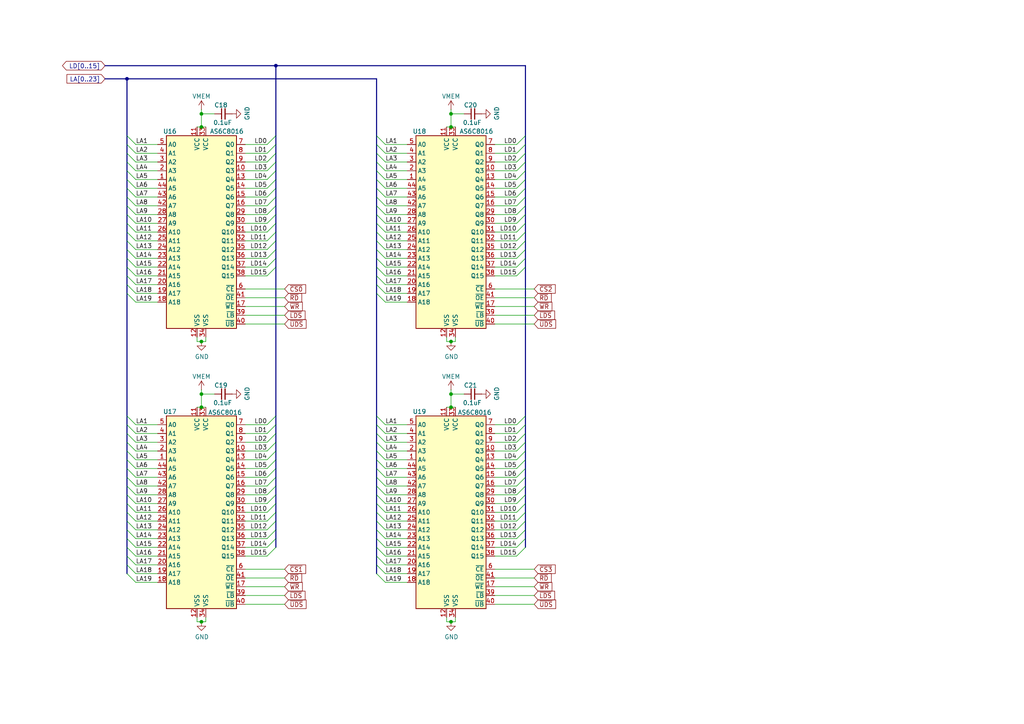
<source format=kicad_sch>
(kicad_sch (version 20231120) (generator "eeschema") (generator_version "8.0")
  (paper "A4")
  (title_block (title "MemBird - Woodcock") (rev "1"))
  (lib_symbols
    (symbol "Computie_Memory:AS6C8016-55ZIN"
      (property "Reference" "U" (at 0 -1.27 0))
      (property "Value" "AS6C8016-55ZIN" (at 0 1.27 0))
      (symbol "AS6C8016-55ZIN_0_0"
        (pin power_in line (at -1.27 27.94 270) (length 2.54) (name "VCC") (number "11"))
        (pin power_in line (at -1.27 -33.02 90) (length 2.54) (name "VSS") (number "12"))
        (pin power_in line (at 1.27 27.94 270) (length 2.54) (name "VCC") (number "33"))
        (pin power_in line (at 1.27 -33.02 90) (length 2.54) (name "VSS") (number "34"))
      )
      (symbol "AS6C8016-55ZIN_0_1"
        (rectangle (start -10.16 25.4) (end 10.16 -30.48) (stroke (width 0.254)) (fill (type background)))
      )
      (symbol "AS6C8016-55ZIN_1_1"
        (pin input line (at -12.7 12.7 0) (length 2.54) (name "A4") (number "1"))
        (pin tri_state line (at 12.7 15.24 180) (length 2.54) (name "Q3") (number "10"))
        (pin tri_state line (at 12.7 12.7 180) (length 2.54) (name "Q4") (number "13"))
        (pin tri_state line (at 12.7 10.16 180) (length 2.54) (name "Q5") (number "14"))
        (pin tri_state line (at 12.7 7.62 180) (length 2.54) (name "Q6") (number "15"))
        (pin tri_state line (at 12.7 5.08 180) (length 2.54) (name "Q7") (number "16"))
        (pin input line (at 12.7 -24.13 180) (length 2.54) (name "~{WE}") (number "17"))
        (pin input line (at -12.7 -22.86 0) (length 2.54) (name "A18") (number "18"))
        (pin input line (at -12.7 -20.32 0) (length 2.54) (name "A17") (number "19"))
        (pin input line (at -12.7 15.24 0) (length 2.54) (name "A3") (number "2"))
        (pin input line (at -12.7 -17.78 0) (length 2.54) (name "A16") (number "20"))
        (pin input line (at -12.7 -15.24 0) (length 2.54) (name "A15") (number "21"))
        (pin input line (at -12.7 -12.7 0) (length 2.54) (name "A14") (number "22"))
        (pin input line (at -12.7 -10.16 0) (length 2.54) (name "A13") (number "23"))
        (pin input line (at -12.7 -7.62 0) (length 2.54) (name "A12") (number "24"))
        (pin input line (at -12.7 -5.08 0) (length 2.54) (name "A11") (number "25"))
        (pin input line (at -12.7 -2.54 0) (length 2.54) (name "A10") (number "26"))
        (pin input line (at -12.7 0 0) (length 2.54) (name "A9") (number "27"))
        (pin input line (at -12.7 2.54 0) (length 2.54) (name "A8") (number "28"))
        (pin tri_state line (at 12.7 2.54 180) (length 2.54) (name "Q8") (number "29"))
        (pin input line (at -12.7 17.78 0) (length 2.54) (name "A2") (number "3"))
        (pin tri_state line (at 12.7 0 180) (length 2.54) (name "Q9") (number "30"))
        (pin tri_state line (at 12.7 -2.54 180) (length 2.54) (name "Q10") (number "31"))
        (pin tri_state line (at 12.7 -5.08 180) (length 2.54) (name "Q11") (number "32"))
        (pin tri_state line (at 12.7 -7.62 180) (length 2.54) (name "Q12") (number "35"))
        (pin tri_state line (at 12.7 -10.16 180) (length 2.54) (name "Q13") (number "36"))
        (pin tri_state line (at 12.7 -12.7 180) (length 2.54) (name "Q14") (number "37"))
        (pin tri_state line (at 12.7 -15.24 180) (length 2.54) (name "Q15") (number "38"))
        (pin input line (at 12.7 -26.67 180) (length 2.54) (name "~{LB}") (number "39"))
        (pin input line (at -12.7 20.32 0) (length 2.54) (name "A1") (number "4"))
        (pin input line (at 12.7 -29.21 180) (length 2.54) (name "~{UB}") (number "40"))
        (pin input line (at 12.7 -21.59 180) (length 2.54) (name "~{OE}") (number "41"))
        (pin input line (at -12.7 5.08 0) (length 2.54) (name "A7") (number "42"))
        (pin input line (at -12.7 7.62 0) (length 2.54) (name "A6") (number "43"))
        (pin input line (at -12.7 10.16 0) (length 2.54) (name "A5") (number "44"))
        (pin input line (at -12.7 22.86 0) (length 2.54) (name "A0") (number "5"))
        (pin input line (at 12.7 -19.05 180) (length 2.54) (name "~{CE}") (number "6"))
        (pin tri_state line (at 12.7 22.86 180) (length 2.54) (name "Q0") (number "7"))
        (pin tri_state line (at 12.7 20.32 180) (length 2.54) (name "Q1") (number "8"))
        (pin tri_state line (at 12.7 17.78 180) (length 2.54) (name "Q2") (number "9"))
      )
    )
    (symbol "Device:C_Small" (pin_numbers hide) (pin_names (offset 0.254) hide)
      (property "Reference" "C" (at 0.254 1.778 0))
      (property "Value" "C_Small" (at 0.254 -2.032 0))
      (symbol "C_Small_0_1"
        (polyline (pts (xy -1.524 -0.508) (xy 1.524 -0.508)) (stroke (width 0.3302)))
        (polyline (pts (xy -1.524 0.508) (xy 1.524 0.508)) (stroke (width 0.3048)))
      )
      (symbol "C_Small_1_1"
        (pin passive line (at 0 2.54 270) (length 2.032) (name "~") (number "1"))
        (pin passive line (at 0 -2.54 90) (length 2.032) (name "~") (number "2"))
      )
    )
    (symbol "power:GND" (power) (pin_numbers hide) (pin_names (offset 0) hide)
      (property "Value" "GND" (at 0 -3.81 0))
      (symbol "GND_0_1"
        (polyline (pts (xy 0 0) (xy 0 -1.27) (xy 1.27 -1.27) (xy 0 -2.54) (xy -1.27 -1.27) (xy 0 -1.27)))
      )
      (symbol "GND_1_1"
        (pin power_in line (at 0 0 270) (length 0) (name "~") (number "1"))
      )
    )
    (symbol "power:VMEM" (power) (pin_numbers hide) (pin_names (offset 0) hide)
      (property "Value" "VMEM" (at 0 3.556 0))
      (symbol "VMEM_0_1"
        (polyline (pts (xy -0.762 1.27) (xy 0 2.54)))
        (polyline (pts (xy 0 0) (xy 0 2.54)))
        (polyline (pts (xy 0 2.54) (xy 0.762 1.27)))
      )
      (symbol "VMEM_1_1"
        (pin power_in line (at 0 0 90) (length 0) (name "~") (number "1"))
      )
    )
  )
  (junction (at 130.81 33.02))
  (junction (at 130.81 36.83))
  (junction (at 130.81 180.34))
  (junction (at 130.81 99.06))
  (junction (at 58.42 114.3))
  (junction (at 130.81 118.11))
  (junction (at 58.42 99.06))
  (junction (at 58.42 33.02))
  (junction (at 36.83 22.86))
  (junction (at 58.42 180.34))
  (junction (at 58.42 118.11))
  (junction (at 80.01 19.05))
  (junction (at 130.81 114.3))
  (junction (at 58.42 36.83))
  (bus_entry (at 109.22 123.19) (size 2.54 2.54))
  (bus_entry (at 36.83 80.01) (size 2.54 2.54))
  (bus_entry (at 77.47 161.29) (size 2.54 -2.54))
  (bus_entry (at 77.47 77.47) (size 2.54 -2.54))
  (bus_entry (at 36.83 166.37) (size 2.54 2.54))
  (bus_entry (at 109.22 85.09) (size 2.54 2.54))
  (bus_entry (at 36.83 156.21) (size 2.54 2.54))
  (bus_entry (at 77.47 74.93) (size 2.54 -2.54))
  (bus_entry (at 77.47 130.81) (size 2.54 -2.54))
  (bus_entry (at 36.83 163.83) (size 2.54 2.54))
  (bus_entry (at 109.22 133.35) (size 2.54 2.54))
  (bus_entry (at 109.22 156.21) (size 2.54 2.54))
  (bus_entry (at 77.47 62.23) (size 2.54 -2.54))
  (bus_entry (at 149.86 135.89) (size 2.54 -2.54))
  (bus_entry (at 36.83 49.53) (size 2.54 2.54))
  (bus_entry (at 77.47 41.91) (size 2.54 -2.54))
  (bus_entry (at 77.47 138.43) (size 2.54 -2.54))
  (bus_entry (at 149.86 67.31) (size 2.54 -2.54))
  (bus_entry (at 77.47 153.67) (size 2.54 -2.54))
  (bus_entry (at 109.22 153.67) (size 2.54 2.54))
  (bus_entry (at 109.22 54.61) (size 2.54 2.54))
  (bus_entry (at 77.47 46.99) (size 2.54 -2.54))
  (bus_entry (at 36.83 135.89) (size 2.54 2.54))
  (bus_entry (at 36.83 158.75) (size 2.54 2.54))
  (bus_entry (at 149.86 57.15) (size 2.54 -2.54))
  (bus_entry (at 36.83 52.07) (size 2.54 2.54))
  (bus_entry (at 109.22 128.27) (size 2.54 2.54))
  (bus_entry (at 77.47 123.19) (size 2.54 -2.54))
  (bus_entry (at 109.22 143.51) (size 2.54 2.54))
  (bus_entry (at 149.86 138.43) (size 2.54 -2.54))
  (bus_entry (at 77.47 52.07) (size 2.54 -2.54))
  (bus_entry (at 109.22 41.91) (size 2.54 2.54))
  (bus_entry (at 77.47 64.77) (size 2.54 -2.54))
  (bus_entry (at 109.22 125.73) (size 2.54 2.54))
  (bus_entry (at 109.22 57.15) (size 2.54 2.54))
  (bus_entry (at 36.83 54.61) (size 2.54 2.54))
  (bus_entry (at 109.22 74.93) (size 2.54 2.54))
  (bus_entry (at 109.22 158.75) (size 2.54 2.54))
  (bus_entry (at 36.83 120.65) (size 2.54 2.54))
  (bus_entry (at 149.86 146.05) (size 2.54 -2.54))
  (bus_entry (at 36.83 151.13) (size 2.54 2.54))
  (bus_entry (at 109.22 49.53) (size 2.54 2.54))
  (bus_entry (at 36.83 125.73) (size 2.54 2.54))
  (bus_entry (at 77.47 140.97) (size 2.54 -2.54))
  (bus_entry (at 149.86 128.27) (size 2.54 -2.54))
  (bus_entry (at 77.47 57.15) (size 2.54 -2.54))
  (bus_entry (at 149.86 52.07) (size 2.54 -2.54))
  (bus_entry (at 149.86 148.59) (size 2.54 -2.54))
  (bus_entry (at 36.83 72.39) (size 2.54 2.54))
  (bus_entry (at 149.86 140.97) (size 2.54 -2.54))
  (bus_entry (at 36.83 57.15) (size 2.54 2.54))
  (bus_entry (at 36.83 46.99) (size 2.54 2.54))
  (bus_entry (at 77.47 67.31) (size 2.54 -2.54))
  (bus_entry (at 36.83 44.45) (size 2.54 2.54))
  (bus_entry (at 109.22 161.29) (size 2.54 2.54))
  (bus_entry (at 109.22 77.47) (size 2.54 2.54))
  (bus_entry (at 36.83 74.93) (size 2.54 2.54))
  (bus_entry (at 109.22 46.99) (size 2.54 2.54))
  (bus_entry (at 109.22 52.07) (size 2.54 2.54))
  (bus_entry (at 149.86 69.85) (size 2.54 -2.54))
  (bus_entry (at 149.86 158.75) (size 2.54 -2.54))
  (bus_entry (at 36.83 41.91) (size 2.54 2.54))
  (bus_entry (at 36.83 161.29) (size 2.54 2.54))
  (bus_entry (at 149.86 161.29) (size 2.54 -2.54))
  (bus_entry (at 109.22 39.37) (size 2.54 2.54))
  (bus_entry (at 149.86 80.01) (size 2.54 -2.54))
  (bus_entry (at 77.47 54.61) (size 2.54 -2.54))
  (bus_entry (at 36.83 39.37) (size 2.54 2.54))
  (bus_entry (at 36.83 128.27) (size 2.54 2.54))
  (bus_entry (at 77.47 125.73) (size 2.54 -2.54))
  (bus_entry (at 36.83 140.97) (size 2.54 2.54))
  (bus_entry (at 77.47 156.21) (size 2.54 -2.54))
  (bus_entry (at 77.47 80.01) (size 2.54 -2.54))
  (bus_entry (at 77.47 151.13) (size 2.54 -2.54))
  (bus_entry (at 109.22 67.31) (size 2.54 2.54))
  (bus_entry (at 109.22 80.01) (size 2.54 2.54))
  (bus_entry (at 109.22 44.45) (size 2.54 2.54))
  (bus_entry (at 77.47 133.35) (size 2.54 -2.54))
  (bus_entry (at 109.22 138.43) (size 2.54 2.54))
  (bus_entry (at 36.83 133.35) (size 2.54 2.54))
  (bus_entry (at 36.83 123.19) (size 2.54 2.54))
  (bus_entry (at 36.83 64.77) (size 2.54 2.54))
  (bus_entry (at 36.83 153.67) (size 2.54 2.54))
  (bus_entry (at 149.86 59.69) (size 2.54 -2.54))
  (bus_entry (at 149.86 77.47) (size 2.54 -2.54))
  (bus_entry (at 149.86 151.13) (size 2.54 -2.54))
  (bus_entry (at 109.22 146.05) (size 2.54 2.54))
  (bus_entry (at 149.86 46.99) (size 2.54 -2.54))
  (bus_entry (at 149.86 41.91) (size 2.54 -2.54))
  (bus_entry (at 149.86 72.39) (size 2.54 -2.54))
  (bus_entry (at 36.83 143.51) (size 2.54 2.54))
  (bus_entry (at 149.86 44.45) (size 2.54 -2.54))
  (bus_entry (at 109.22 130.81) (size 2.54 2.54))
  (bus_entry (at 109.22 59.69) (size 2.54 2.54))
  (bus_entry (at 149.86 153.67) (size 2.54 -2.54))
  (bus_entry (at 109.22 140.97) (size 2.54 2.54))
  (bus_entry (at 149.86 54.61) (size 2.54 -2.54))
  (bus_entry (at 109.22 69.85) (size 2.54 2.54))
  (bus_entry (at 149.86 74.93) (size 2.54 -2.54))
  (bus_entry (at 36.83 59.69) (size 2.54 2.54))
  (bus_entry (at 36.83 69.85) (size 2.54 2.54))
  (bus_entry (at 149.86 64.77) (size 2.54 -2.54))
  (bus_entry (at 77.47 59.69) (size 2.54 -2.54))
  (bus_entry (at 36.83 62.23) (size 2.54 2.54))
  (bus_entry (at 109.22 163.83) (size 2.54 2.54))
  (bus_entry (at 109.22 120.65) (size 2.54 2.54))
  (bus_entry (at 109.22 82.55) (size 2.54 2.54))
  (bus_entry (at 36.83 67.31) (size 2.54 2.54))
  (bus_entry (at 149.86 123.19) (size 2.54 -2.54))
  (bus_entry (at 36.83 85.09) (size 2.54 2.54))
  (bus_entry (at 77.47 69.85) (size 2.54 -2.54))
  (bus_entry (at 77.47 148.59) (size 2.54 -2.54))
  (bus_entry (at 149.86 49.53) (size 2.54 -2.54))
  (bus_entry (at 149.86 125.73) (size 2.54 -2.54))
  (bus_entry (at 36.83 130.81) (size 2.54 2.54))
  (bus_entry (at 109.22 64.77) (size 2.54 2.54))
  (bus_entry (at 77.47 49.53) (size 2.54 -2.54))
  (bus_entry (at 149.86 156.21) (size 2.54 -2.54))
  (bus_entry (at 149.86 130.81) (size 2.54 -2.54))
  (bus_entry (at 77.47 128.27) (size 2.54 -2.54))
  (bus_entry (at 149.86 143.51) (size 2.54 -2.54))
  (bus_entry (at 109.22 135.89) (size 2.54 2.54))
  (bus_entry (at 36.83 82.55) (size 2.54 2.54))
  (bus_entry (at 109.22 148.59) (size 2.54 2.54))
  (bus_entry (at 36.83 138.43) (size 2.54 2.54))
  (bus_entry (at 109.22 151.13) (size 2.54 2.54))
  (bus_entry (at 36.83 77.47) (size 2.54 2.54))
  (bus_entry (at 149.86 133.35) (size 2.54 -2.54))
  (bus_entry (at 77.47 158.75) (size 2.54 -2.54))
  (bus_entry (at 77.47 143.51) (size 2.54 -2.54))
  (bus_entry (at 77.47 146.05) (size 2.54 -2.54))
  (bus_entry (at 109.22 166.37) (size 2.54 2.54))
  (bus_entry (at 149.86 62.23) (size 2.54 -2.54))
  (bus_entry (at 77.47 72.39) (size 2.54 -2.54))
  (bus_entry (at 36.83 148.59) (size 2.54 2.54))
  (bus_entry (at 36.83 146.05) (size 2.54 2.54))
  (bus_entry (at 109.22 62.23) (size 2.54 2.54))
  (bus_entry (at 77.47 135.89) (size 2.54 -2.54))
  (bus_entry (at 77.47 44.45) (size 2.54 -2.54))
  (bus_entry (at 109.22 72.39) (size 2.54 2.54))
  (bus (pts (xy 152.4 64.77) (xy 152.4 67.31)))
  (bus (pts (xy 80.01 133.35) (xy 80.01 135.89)))
  (bus (pts (xy 80.01 69.85) (xy 80.01 72.39)))
  (wire (pts (xy 111.76 130.81) (xy 118.11 130.81)))
  (wire (pts (xy 111.76 59.69) (xy 118.11 59.69)))
  (wire (pts (xy 71.12 88.9) (xy 82.55 88.9)))
  (bus (pts (xy 152.4 19.05) (xy 152.4 39.37)))
  (wire (pts (xy 143.51 91.44) (xy 154.94 91.44)))
  (bus (pts (xy 36.83 52.07) (xy 36.83 54.61)))
  (wire (pts (xy 111.76 151.13) (xy 118.11 151.13)))
  (wire (pts (xy 39.37 57.15) (xy 45.72 57.15)))
  (wire (pts (xy 71.12 62.23) (xy 77.47 62.23)))
  (bus (pts (xy 109.22 135.89) (xy 109.22 138.43)))
  (bus (pts (xy 36.83 120.65) (xy 36.83 123.19)))
  (bus (pts (xy 36.83 82.55) (xy 36.83 85.09)))
  (wire (pts (xy 71.12 52.07) (xy 77.47 52.07)))
  (wire (pts (xy 143.51 151.13) (xy 149.86 151.13)))
  (bus (pts (xy 36.83 143.51) (xy 36.83 146.05)))
  (bus (pts (xy 36.83 22.86) (xy 30.48 22.86)))
  (bus (pts (xy 109.22 123.19) (xy 109.22 125.73)))
  (wire (pts (xy 39.37 72.39) (xy 45.72 72.39)))
  (wire (pts (xy 58.42 36.83) (xy 59.69 36.83)))
  (bus (pts (xy 80.01 54.61) (xy 80.01 57.15)))
  (bus (pts (xy 109.22 82.55) (xy 109.22 85.09)))
  (wire (pts (xy 111.76 80.01) (xy 118.11 80.01)))
  (bus (pts (xy 109.22 138.43) (xy 109.22 140.97)))
  (wire (pts (xy 132.08 180.34) (xy 132.08 179.07)))
  (bus (pts (xy 109.22 52.07) (xy 109.22 54.61)))
  (wire (pts (xy 143.51 140.97) (xy 149.86 140.97)))
  (wire (pts (xy 130.81 31.75) (xy 130.81 33.02)))
  (wire (pts (xy 111.76 140.97) (xy 118.11 140.97)))
  (bus (pts (xy 36.83 135.89) (xy 36.83 138.43)))
  (wire (pts (xy 57.15 118.11) (xy 58.42 118.11)))
  (wire (pts (xy 39.37 125.73) (xy 45.72 125.73)))
  (wire (pts (xy 58.42 114.3) (xy 62.23 114.3)))
  (bus (pts (xy 80.01 146.05) (xy 80.01 148.59)))
  (wire (pts (xy 111.76 46.99) (xy 118.11 46.99)))
  (bus (pts (xy 109.22 77.47) (xy 109.22 80.01)))
  (wire (pts (xy 39.37 77.47) (xy 45.72 77.47)))
  (wire (pts (xy 129.54 180.34) (xy 130.81 180.34)))
  (wire (pts (xy 143.51 41.91) (xy 149.86 41.91)))
  (bus (pts (xy 36.83 57.15) (xy 36.83 59.69)))
  (bus (pts (xy 80.01 153.67) (xy 80.01 156.21)))
  (wire (pts (xy 58.42 31.75) (xy 58.42 33.02)))
  (bus (pts (xy 152.4 74.93) (xy 152.4 77.47)))
  (wire (pts (xy 71.12 148.59) (xy 77.47 148.59)))
  (wire (pts (xy 39.37 156.21) (xy 45.72 156.21)))
  (wire (pts (xy 143.51 57.15) (xy 149.86 57.15)))
  (wire (pts (xy 143.51 138.43) (xy 149.86 138.43)))
  (bus (pts (xy 109.22 161.29) (xy 109.22 163.83)))
  (bus (pts (xy 36.83 151.13) (xy 36.83 153.67)))
  (wire (pts (xy 143.51 93.98) (xy 154.94 93.98)))
  (bus (pts (xy 80.01 67.31) (xy 80.01 69.85)))
  (wire (pts (xy 39.37 146.05) (xy 45.72 146.05)))
  (wire (pts (xy 111.76 72.39) (xy 118.11 72.39)))
  (wire (pts (xy 71.12 59.69) (xy 77.47 59.69)))
  (bus (pts (xy 109.22 146.05) (xy 109.22 148.59)))
  (bus (pts (xy 109.22 41.91) (xy 109.22 44.45)))
  (wire (pts (xy 143.51 130.81) (xy 149.86 130.81)))
  (bus (pts (xy 109.22 74.93) (xy 109.22 77.47)))
  (wire (pts (xy 57.15 179.07) (xy 57.15 180.34)))
  (bus (pts (xy 80.01 19.05) (xy 80.01 39.37)))
  (bus (pts (xy 36.83 72.39) (xy 36.83 74.93)))
  (wire (pts (xy 111.76 148.59) (xy 118.11 148.59)))
  (bus (pts (xy 109.22 64.77) (xy 109.22 67.31)))
  (bus (pts (xy 80.01 49.53) (xy 80.01 52.07)))
  (wire (pts (xy 71.12 170.18) (xy 82.55 170.18)))
  (wire (pts (xy 39.37 143.51) (xy 45.72 143.51)))
  (wire (pts (xy 58.42 33.02) (xy 58.42 36.83)))
  (wire (pts (xy 111.76 54.61) (xy 118.11 54.61)))
  (bus (pts (xy 36.83 39.37) (xy 36.83 41.91)))
  (bus (pts (xy 36.83 128.27) (xy 36.83 130.81)))
  (wire (pts (xy 39.37 128.27) (xy 45.72 128.27)))
  (wire (pts (xy 111.76 146.05) (xy 118.11 146.05)))
  (bus (pts (xy 80.01 156.21) (xy 80.01 158.75)))
  (wire (pts (xy 71.12 165.1) (xy 82.55 165.1)))
  (wire (pts (xy 143.51 77.47) (xy 149.86 77.47)))
  (bus (pts (xy 109.22 151.13) (xy 109.22 153.67)))
  (wire (pts (xy 39.37 64.77) (xy 45.72 64.77)))
  (bus (pts (xy 109.22 148.59) (xy 109.22 151.13)))
  (wire (pts (xy 111.76 135.89) (xy 118.11 135.89)))
  (wire (pts (xy 143.51 125.73) (xy 149.86 125.73)))
  (wire (pts (xy 130.81 33.02) (xy 134.62 33.02)))
  (bus (pts (xy 80.01 77.47) (xy 80.01 120.65)))
  (wire (pts (xy 71.12 72.39) (xy 77.47 72.39)))
  (bus (pts (xy 36.83 146.05) (xy 36.83 148.59)))
  (wire (pts (xy 71.12 46.99) (xy 77.47 46.99)))
  (wire (pts (xy 129.54 179.07) (xy 129.54 180.34)))
  (bus (pts (xy 80.01 128.27) (xy 80.01 130.81)))
  (wire (pts (xy 143.51 83.82) (xy 154.94 83.82)))
  (wire (pts (xy 71.12 138.43) (xy 77.47 138.43)))
  (wire (pts (xy 57.15 97.79) (xy 57.15 99.06)))
  (wire (pts (xy 39.37 123.19) (xy 45.72 123.19)))
  (wire (pts (xy 111.76 161.29) (xy 118.11 161.29)))
  (wire (pts (xy 111.76 168.91) (xy 118.11 168.91)))
  (wire (pts (xy 71.12 77.47) (xy 77.47 77.47)))
  (wire (pts (xy 71.12 74.93) (xy 77.47 74.93)))
  (wire (pts (xy 143.51 80.01) (xy 149.86 80.01)))
  (wire (pts (xy 130.81 33.02) (xy 130.81 36.83)))
  (wire (pts (xy 130.81 118.11) (xy 132.08 118.11)))
  (bus (pts (xy 109.22 85.09) (xy 109.22 120.65)))
  (wire (pts (xy 39.37 130.81) (xy 45.72 130.81)))
  (wire (pts (xy 71.12 86.36) (xy 82.55 86.36)))
  (wire (pts (xy 71.12 125.73) (xy 77.47 125.73)))
  (wire (pts (xy 143.51 143.51) (xy 149.86 143.51)))
  (wire (pts (xy 39.37 135.89) (xy 45.72 135.89)))
  (bus (pts (xy 109.22 128.27) (xy 109.22 130.81)))
  (bus (pts (xy 152.4 153.67) (xy 152.4 156.21)))
  (bus (pts (xy 80.01 39.37) (xy 80.01 41.91)))
  (bus (pts (xy 36.83 77.47) (xy 36.83 80.01)))
  (bus (pts (xy 152.4 128.27) (xy 152.4 130.81)))
  (wire (pts (xy 39.37 46.99) (xy 45.72 46.99)))
  (bus (pts (xy 36.83 133.35) (xy 36.83 135.89)))
  (wire (pts (xy 130.81 114.3) (xy 134.62 114.3)))
  (wire (pts (xy 71.12 161.29) (xy 77.47 161.29)))
  (wire (pts (xy 143.51 64.77) (xy 149.86 64.77)))
  (wire (pts (xy 143.51 49.53) (xy 149.86 49.53)))
  (wire (pts (xy 71.12 175.26) (xy 82.55 175.26)))
  (bus (pts (xy 36.83 85.09) (xy 36.83 120.65)))
  (wire (pts (xy 129.54 118.11) (xy 130.81 118.11)))
  (bus (pts (xy 36.83 125.73) (xy 36.83 128.27)))
  (wire (pts (xy 39.37 168.91) (xy 45.72 168.91)))
  (bus (pts (xy 36.83 138.43) (xy 36.83 140.97)))
  (bus (pts (xy 152.4 44.45) (xy 152.4 46.99)))
  (wire (pts (xy 71.12 93.98) (xy 82.55 93.98)))
  (bus (pts (xy 152.4 41.91) (xy 152.4 44.45)))
  (wire (pts (xy 143.51 88.9) (xy 154.94 88.9)))
  (wire (pts (xy 129.54 97.79) (xy 129.54 99.06)))
  (wire (pts (xy 111.76 163.83) (xy 118.11 163.83)))
  (wire (pts (xy 143.51 175.26) (xy 154.94 175.26)))
  (bus (pts (xy 36.83 123.19) (xy 36.83 125.73)))
  (wire (pts (xy 71.12 130.81) (xy 77.47 130.81)))
  (wire (pts (xy 111.76 64.77) (xy 118.11 64.77)))
  (wire (pts (xy 143.51 69.85) (xy 149.86 69.85)))
  (bus (pts (xy 36.83 80.01) (xy 36.83 82.55)))
  (bus (pts (xy 109.22 67.31) (xy 109.22 69.85)))
  (wire (pts (xy 143.51 52.07) (xy 149.86 52.07)))
  (wire (pts (xy 111.76 133.35) (xy 118.11 133.35)))
  (wire (pts (xy 111.76 158.75) (xy 118.11 158.75)))
  (wire (pts (xy 59.69 99.06) (xy 59.69 97.79)))
  (wire (pts (xy 71.12 151.13) (xy 77.47 151.13)))
  (wire (pts (xy 57.15 180.34) (xy 58.42 180.34)))
  (wire (pts (xy 71.12 80.01) (xy 77.47 80.01)))
  (wire (pts (xy 39.37 151.13) (xy 45.72 151.13)))
  (bus (pts (xy 80.01 138.43) (xy 80.01 140.97)))
  (wire (pts (xy 111.76 156.21) (xy 118.11 156.21)))
  (bus (pts (xy 152.4 69.85) (xy 152.4 72.39)))
  (bus (pts (xy 109.22 156.21) (xy 109.22 158.75)))
  (bus (pts (xy 152.4 77.47) (xy 152.4 120.65)))
  (bus (pts (xy 152.4 67.31) (xy 152.4 69.85)))
  (wire (pts (xy 143.51 72.39) (xy 149.86 72.39)))
  (bus (pts (xy 80.01 140.97) (xy 80.01 143.51)))
  (bus (pts (xy 109.22 80.01) (xy 109.22 82.55)))
  (wire (pts (xy 58.42 99.06) (xy 59.69 99.06)))
  (bus (pts (xy 80.01 123.19) (xy 80.01 125.73)))
  (bus (pts (xy 152.4 123.19) (xy 152.4 125.73)))
  (bus (pts (xy 36.83 54.61) (xy 36.83 57.15)))
  (bus (pts (xy 152.4 156.21) (xy 152.4 158.75)))
  (wire (pts (xy 111.76 69.85) (xy 118.11 69.85)))
  (wire (pts (xy 111.76 77.47) (xy 118.11 77.47)))
  (wire (pts (xy 111.76 52.07) (xy 118.11 52.07)))
  (wire (pts (xy 39.37 140.97) (xy 45.72 140.97)))
  (wire (pts (xy 71.12 44.45) (xy 77.47 44.45)))
  (bus (pts (xy 152.4 62.23) (xy 152.4 64.77)))
  (bus (pts (xy 80.01 120.65) (xy 80.01 123.19)))
  (wire (pts (xy 143.51 123.19) (xy 149.86 123.19)))
  (wire (pts (xy 111.76 87.63) (xy 118.11 87.63)))
  (bus (pts (xy 152.4 148.59) (xy 152.4 151.13)))
  (wire (pts (xy 130.81 114.3) (xy 130.81 118.11)))
  (bus (pts (xy 36.83 161.29) (xy 36.83 163.83)))
  (wire (pts (xy 143.51 167.64) (xy 154.94 167.64)))
  (bus (pts (xy 109.22 133.35) (xy 109.22 135.89)))
  (wire (pts (xy 130.81 180.34) (xy 132.08 180.34)))
  (wire (pts (xy 143.51 156.21) (xy 149.86 156.21)))
  (bus (pts (xy 80.01 72.39) (xy 80.01 74.93)))
  (wire (pts (xy 143.51 46.99) (xy 149.86 46.99)))
  (wire (pts (xy 39.37 52.07) (xy 45.72 52.07)))
  (wire (pts (xy 71.12 69.85) (xy 77.47 69.85)))
  (wire (pts (xy 58.42 113.03) (xy 58.42 114.3)))
  (bus (pts (xy 80.01 52.07) (xy 80.01 54.61)))
  (bus (pts (xy 152.4 146.05) (xy 152.4 148.59)))
  (wire (pts (xy 143.51 135.89) (xy 149.86 135.89)))
  (bus (pts (xy 36.83 130.81) (xy 36.83 133.35)))
  (bus (pts (xy 152.4 46.99) (xy 152.4 49.53)))
  (bus (pts (xy 109.22 57.15) (xy 109.22 59.69)))
  (wire (pts (xy 71.12 91.44) (xy 82.55 91.44)))
  (bus (pts (xy 152.4 138.43) (xy 152.4 140.97)))
  (bus (pts (xy 109.22 59.69) (xy 109.22 62.23)))
  (wire (pts (xy 71.12 153.67) (xy 77.47 153.67)))
  (bus (pts (xy 109.22 140.97) (xy 109.22 143.51)))
  (wire (pts (xy 71.12 49.53) (xy 77.47 49.53)))
  (wire (pts (xy 143.51 62.23) (xy 149.86 62.23)))
  (wire (pts (xy 71.12 54.61) (xy 77.47 54.61)))
  (wire (pts (xy 143.51 133.35) (xy 149.86 133.35)))
  (bus (pts (xy 109.22 130.81) (xy 109.22 133.35)))
  (wire (pts (xy 39.37 161.29) (xy 45.72 161.29)))
  (bus (pts (xy 80.01 130.81) (xy 80.01 133.35)))
  (wire (pts (xy 39.37 67.31) (xy 45.72 67.31)))
  (bus (pts (xy 109.22 125.73) (xy 109.22 128.27)))
  (bus (pts (xy 80.01 57.15) (xy 80.01 59.69)))
  (bus (pts (xy 152.4 130.81) (xy 152.4 133.35)))
  (wire (pts (xy 143.51 86.36) (xy 154.94 86.36)))
  (wire (pts (xy 59.69 180.34) (xy 59.69 179.07)))
  (wire (pts (xy 58.42 180.34) (xy 59.69 180.34)))
  (wire (pts (xy 111.76 49.53) (xy 118.11 49.53)))
  (wire (pts (xy 111.76 62.23) (xy 118.11 62.23)))
  (bus (pts (xy 152.4 52.07) (xy 152.4 54.61)))
  (bus (pts (xy 36.83 44.45) (xy 36.83 46.99)))
  (bus (pts (xy 36.83 148.59) (xy 36.83 151.13)))
  (wire (pts (xy 111.76 123.19) (xy 118.11 123.19)))
  (wire (pts (xy 58.42 114.3) (xy 58.42 118.11)))
  (bus (pts (xy 36.83 22.86) (xy 36.83 39.37)))
  (wire (pts (xy 130.81 113.03) (xy 130.81 114.3)))
  (bus (pts (xy 36.83 46.99) (xy 36.83 49.53)))
  (wire (pts (xy 71.12 128.27) (xy 77.47 128.27)))
  (wire (pts (xy 39.37 158.75) (xy 45.72 158.75)))
  (bus (pts (xy 109.22 49.53) (xy 109.22 52.07)))
  (bus (pts (xy 109.22 44.45) (xy 109.22 46.99)))
  (bus (pts (xy 36.83 49.53) (xy 36.83 52.07)))
  (wire (pts (xy 39.37 80.01) (xy 45.72 80.01)))
  (bus (pts (xy 152.4 135.89) (xy 152.4 138.43)))
  (bus (pts (xy 36.83 64.77) (xy 36.83 67.31)))
  (wire (pts (xy 111.76 166.37) (xy 118.11 166.37)))
  (wire (pts (xy 39.37 59.69) (xy 45.72 59.69)))
  (wire (pts (xy 130.81 99.06) (xy 132.08 99.06)))
  (wire (pts (xy 39.37 148.59) (xy 45.72 148.59)))
  (bus (pts (xy 80.01 148.59) (xy 80.01 151.13)))
  (bus (pts (xy 36.83 22.86) (xy 109.22 22.86)))
  (wire (pts (xy 71.12 143.51) (xy 77.47 143.51)))
  (bus (pts (xy 36.83 41.91) (xy 36.83 44.45)))
  (wire (pts (xy 143.51 74.93) (xy 149.86 74.93)))
  (wire (pts (xy 143.51 59.69) (xy 149.86 59.69)))
  (bus (pts (xy 109.22 69.85) (xy 109.22 72.39)))
  (bus (pts (xy 109.22 39.37) (xy 109.22 41.91)))
  (wire (pts (xy 143.51 44.45) (xy 149.86 44.45)))
  (wire (pts (xy 111.76 143.51) (xy 118.11 143.51)))
  (bus (pts (xy 36.83 156.21) (xy 36.83 158.75)))
  (wire (pts (xy 71.12 156.21) (xy 77.47 156.21)))
  (bus (pts (xy 36.83 69.85) (xy 36.83 72.39)))
  (wire (pts (xy 39.37 166.37) (xy 45.72 166.37)))
  (wire (pts (xy 143.51 170.18) (xy 154.94 170.18)))
  (bus (pts (xy 80.01 46.99) (xy 80.01 49.53)))
  (wire (pts (xy 111.76 138.43) (xy 118.11 138.43)))
  (bus (pts (xy 80.01 19.05) (xy 30.48 19.05)))
  (wire (pts (xy 39.37 54.61) (xy 45.72 54.61)))
  (bus (pts (xy 109.22 163.83) (xy 109.22 166.37)))
  (wire (pts (xy 39.37 138.43) (xy 45.72 138.43)))
  (wire (pts (xy 71.12 135.89) (xy 77.47 135.89)))
  (wire (pts (xy 129.54 36.83) (xy 130.81 36.83)))
  (bus (pts (xy 152.4 59.69) (xy 152.4 62.23)))
  (bus (pts (xy 152.4 133.35) (xy 152.4 135.89)))
  (wire (pts (xy 111.76 153.67) (xy 118.11 153.67)))
  (wire (pts (xy 71.12 123.19) (xy 77.47 123.19)))
  (bus (pts (xy 36.83 74.93) (xy 36.83 77.47)))
  (bus (pts (xy 152.4 151.13) (xy 152.4 153.67)))
  (wire (pts (xy 71.12 172.72) (xy 82.55 172.72)))
  (wire (pts (xy 39.37 41.91) (xy 45.72 41.91)))
  (bus (pts (xy 109.22 54.61) (xy 109.22 57.15)))
  (wire (pts (xy 39.37 62.23) (xy 45.72 62.23)))
  (wire (pts (xy 71.12 167.64) (xy 82.55 167.64)))
  (wire (pts (xy 143.51 128.27) (xy 149.86 128.27)))
  (bus (pts (xy 152.4 72.39) (xy 152.4 74.93)))
  (wire (pts (xy 132.08 99.06) (xy 132.08 97.79)))
  (bus (pts (xy 109.22 153.67) (xy 109.22 156.21)))
  (wire (pts (xy 39.37 69.85) (xy 45.72 69.85)))
  (wire (pts (xy 71.12 64.77) (xy 77.47 64.77)))
  (wire (pts (xy 71.12 41.91) (xy 77.47 41.91)))
  (wire (pts (xy 111.76 128.27) (xy 118.11 128.27)))
  (wire (pts (xy 39.37 163.83) (xy 45.72 163.83)))
  (bus (pts (xy 80.01 125.73) (xy 80.01 128.27)))
  (bus (pts (xy 152.4 49.53) (xy 152.4 52.07)))
  (wire (pts (xy 39.37 153.67) (xy 45.72 153.67)))
  (bus (pts (xy 36.83 158.75) (xy 36.83 161.29)))
  (bus (pts (xy 36.83 153.67) (xy 36.83 156.21)))
  (wire (pts (xy 71.12 67.31) (xy 77.47 67.31)))
  (wire (pts (xy 111.76 41.91) (xy 118.11 41.91)))
  (bus (pts (xy 109.22 158.75) (xy 109.22 161.29)))
  (wire (pts (xy 130.81 36.83) (xy 132.08 36.83)))
  (wire (pts (xy 57.15 99.06) (xy 58.42 99.06)))
  (wire (pts (xy 58.42 118.11) (xy 59.69 118.11)))
  (wire (pts (xy 57.15 36.83) (xy 58.42 36.83)))
  (bus (pts (xy 36.83 67.31) (xy 36.83 69.85)))
  (bus (pts (xy 80.01 62.23) (xy 80.01 64.77)))
  (bus (pts (xy 152.4 143.51) (xy 152.4 146.05)))
  (bus (pts (xy 152.4 57.15) (xy 152.4 59.69)))
  (bus (pts (xy 80.01 64.77) (xy 80.01 67.31)))
  (bus (pts (xy 80.01 151.13) (xy 80.01 153.67)))
  (wire (pts (xy 39.37 44.45) (xy 45.72 44.45)))
  (bus (pts (xy 152.4 140.97) (xy 152.4 143.51)))
  (bus (pts (xy 36.83 163.83) (xy 36.83 166.37)))
  (wire (pts (xy 143.51 54.61) (xy 149.86 54.61)))
  (bus (pts (xy 152.4 39.37) (xy 152.4 41.91)))
  (wire (pts (xy 143.51 158.75) (xy 149.86 158.75)))
  (wire (pts (xy 111.76 85.09) (xy 118.11 85.09)))
  (bus (pts (xy 80.01 143.51) (xy 80.01 146.05)))
  (bus (pts (xy 80.01 44.45) (xy 80.01 46.99)))
  (wire (pts (xy 39.37 82.55) (xy 45.72 82.55)))
  (wire (pts (xy 111.76 125.73) (xy 118.11 125.73)))
  (bus (pts (xy 109.22 143.51) (xy 109.22 146.05)))
  (wire (pts (xy 143.51 67.31) (xy 149.86 67.31)))
  (bus (pts (xy 36.83 59.69) (xy 36.83 62.23)))
  (wire (pts (xy 111.76 44.45) (xy 118.11 44.45)))
  (wire (pts (xy 111.76 67.31) (xy 118.11 67.31)))
  (bus (pts (xy 109.22 62.23) (xy 109.22 64.77)))
  (wire (pts (xy 143.51 153.67) (xy 149.86 153.67)))
  (wire (pts (xy 143.51 161.29) (xy 149.86 161.29)))
  (wire (pts (xy 39.37 133.35) (xy 45.72 133.35)))
  (bus (pts (xy 80.01 41.91) (xy 80.01 44.45)))
  (wire (pts (xy 111.76 57.15) (xy 118.11 57.15)))
  (wire (pts (xy 143.51 172.72) (xy 154.94 172.72)))
  (bus (pts (xy 152.4 125.73) (xy 152.4 128.27)))
  (wire (pts (xy 129.54 99.06) (xy 130.81 99.06)))
  (bus (pts (xy 80.01 59.69) (xy 80.01 62.23)))
  (wire (pts (xy 39.37 49.53) (xy 45.72 49.53)))
  (bus (pts (xy 109.22 120.65) (xy 109.22 123.19)))
  (bus (pts (xy 152.4 54.61) (xy 152.4 57.15)))
  (bus (pts (xy 109.22 46.99) (xy 109.22 49.53)))
  (wire (pts (xy 71.12 158.75) (xy 77.47 158.75)))
  (bus (pts (xy 109.22 72.39) (xy 109.22 74.93)))
  (wire (pts (xy 71.12 140.97) (xy 77.47 140.97)))
  (wire (pts (xy 143.51 165.1) (xy 154.94 165.1)))
  (wire (pts (xy 111.76 82.55) (xy 118.11 82.55)))
  (wire (pts (xy 143.51 148.59) (xy 149.86 148.59)))
  (wire (pts (xy 39.37 87.63) (xy 45.72 87.63)))
  (bus (pts (xy 109.22 22.86) (xy 109.22 39.37)))
  (bus (pts (xy 36.83 62.23) (xy 36.83 64.77)))
  (bus (pts (xy 152.4 120.65) (xy 152.4 123.19)))
  (wire (pts (xy 39.37 74.93) (xy 45.72 74.93)))
  (wire (pts (xy 71.12 146.05) (xy 77.47 146.05)))
  (bus (pts (xy 80.01 135.89) (xy 80.01 138.43)))
  (bus (pts (xy 80.01 74.93) (xy 80.01 77.47)))
  (wire (pts (xy 143.51 146.05) (xy 149.86 146.05)))
  (wire (pts (xy 71.12 57.15) (xy 77.47 57.15)))
  (bus (pts (xy 36.83 140.97) (xy 36.83 143.51)))
  (wire (pts (xy 71.12 133.35) (xy 77.47 133.35)))
  (wire (pts (xy 111.76 74.93) (xy 118.11 74.93)))
  (wire (pts (xy 58.42 33.02) (xy 62.23 33.02)))
  (wire (pts (xy 71.12 83.82) (xy 82.55 83.82)))
  (bus (pts (xy 80.01 19.05) (xy 152.4 19.05)))
  (wire (pts (xy 39.37 85.09) (xy 45.72 85.09)))
  (label "LD15" (at 77.47 161.29 180))
  (label "LA3" (at 39.37 46.99 0))
  (label "LA4" (at 111.76 49.53 0))
  (label "LD3" (at 149.86 130.81 180))
  (label "LD7" (at 77.47 140.97 180))
  (label "LA1" (at 111.76 123.19 0))
  (label "LD5" (at 149.86 135.89 180))
  (label "LA10" (at 111.76 146.05 0))
  (label "LA15" (at 39.37 158.75 0))
  (label "LA14" (at 39.37 74.93 0))
  (label "LA18" (at 39.37 85.09 0))
  (label "LD15" (at 77.47 80.01 180))
  (label "LA5" (at 111.76 52.07 0))
  (label "LD5" (at 149.86 54.61 180))
  (label "LD12" (at 77.47 72.39 180))
  (label "LA12" (at 39.37 69.85 0))
  (label "LA15" (at 39.37 77.47 0))
  (label "LD14" (at 77.47 77.47 180))
  (label "LA2" (at 111.76 125.73 0))
  (label "LD6" (at 149.86 138.43 180))
  (label "LD3" (at 149.86 49.53 180))
  (label "LD11" (at 149.86 151.13 180))
  (label "LD0" (at 149.86 123.19 180))
  (label "LD4" (at 77.47 133.35 180))
  (label "LA12" (at 39.37 151.13 0))
  (label "LA5" (at 111.76 133.35 0))
  (label "LD3" (at 77.47 49.53 180))
  (label "LD8" (at 149.86 143.51 180))
  (label "LD0" (at 149.86 41.91 180))
  (label "LA11" (at 39.37 67.31 0))
  (label "LA4" (at 111.76 130.81 0))
  (label "LA7" (at 111.76 57.15 0))
  (label "LD5" (at 77.47 54.61 180))
  (label "LD7" (at 149.86 59.69 180))
  (label "LD15" (at 149.86 161.29 180))
  (label "LD0" (at 77.47 123.19 180))
  (label "LA10" (at 39.37 146.05 0))
  (label "LA5" (at 39.37 52.07 0))
  (label "LD13" (at 149.86 156.21 180))
  (label "LA14" (at 111.76 74.93 0))
  (label "LA17" (at 39.37 82.55 0))
  (label "LD9" (at 77.47 64.77 180))
  (label "LD4" (at 149.86 52.07 180))
  (label "LA3" (at 111.76 46.99 0))
  (label "LA19" (at 39.37 168.91 0))
  (label "LA7" (at 111.76 138.43 0))
  (label "LD12" (at 149.86 72.39 180))
  (label "LA4" (at 39.37 49.53 0))
  (label "LA4" (at 39.37 130.81 0))
  (label "LA1" (at 111.76 41.91 0))
  (label "LA8" (at 39.37 59.69 0))
  (label "LA18" (at 39.37 166.37 0))
  (label "LA16" (at 111.76 161.29 0))
  (label "LD8" (at 77.47 62.23 180))
  (label "LA13" (at 39.37 72.39 0))
  (label "LD1" (at 149.86 44.45 180))
  (label "LA6" (at 39.37 54.61 0))
  (label "LD1" (at 77.47 44.45 180))
  (label "LA16" (at 111.76 80.01 0))
  (label "LA2" (at 111.76 44.45 0))
  (label "LA1" (at 39.37 123.19 0))
  (label "LD4" (at 77.47 52.07 180))
  (label "LD13" (at 149.86 74.93 180))
  (label "LA9" (at 111.76 143.51 0))
  (label "LD6" (at 149.86 57.15 180))
  (label "LD8" (at 149.86 62.23 180))
  (label "LA2" (at 39.37 44.45 0))
  (label "LD13" (at 77.47 156.21 180))
  (label "LA7" (at 39.37 138.43 0))
  (label "LA11" (at 39.37 148.59 0))
  (label "LA11" (at 111.76 148.59 0))
  (label "LA13" (at 39.37 153.67 0))
  (label "LA3" (at 111.76 128.27 0))
  (label "LD6" (at 77.47 138.43 180))
  (label "LD9" (at 149.86 146.05 180))
  (label "LD15" (at 149.86 80.01 180))
  (label "LA7" (at 39.37 57.15 0))
  (label "LD12" (at 149.86 153.67 180))
  (label "LA17" (at 39.37 163.83 0))
  (label "LA9" (at 39.37 62.23 0))
  (label "LA16" (at 39.37 80.01 0))
  (label "LD9" (at 149.86 64.77 180))
  (label "LA17" (at 111.76 82.55 0))
  (label "LD2" (at 149.86 128.27 180))
  (label "LD2" (at 77.47 128.27 180))
  (label "LD13" (at 77.47 74.93 180))
  (label "LA9" (at 39.37 143.51 0))
  (label "LD11" (at 77.47 69.85 180))
  (label "LA18" (at 111.76 166.37 0))
  (label "LA10" (at 111.76 64.77 0))
  (label "LD9" (at 77.47 146.05 180))
  (label "LD2" (at 77.47 46.99 180))
  (label "LD5" (at 77.47 135.89 180))
  (label "LA1" (at 39.37 41.91 0))
  (label "LD1" (at 149.86 125.73 180))
  (label "LA16" (at 39.37 161.29 0))
  (label "LA8" (at 111.76 59.69 0))
  (label "LA3" (at 39.37 128.27 0))
  (label "LD10" (at 149.86 67.31 180))
  (label "LD11" (at 149.86 69.85 180))
  (label "LA19" (at 111.76 87.63 0))
  (label "LA18" (at 111.76 85.09 0))
  (label "LA8" (at 111.76 140.97 0))
  (label "LA12" (at 111.76 151.13 0))
  (label "LA10" (at 39.37 64.77 0))
  (label "LD6" (at 77.47 57.15 180))
  (label "LA6" (at 111.76 135.89 0))
  (label "LA19" (at 111.76 168.91 0))
  (label "LD7" (at 149.86 140.97 180))
  (label "LA14" (at 39.37 156.21 0))
  (label "LD4" (at 149.86 133.35 180))
  (label "LA6" (at 39.37 135.89 0))
  (label "LD0" (at 77.47 41.91 180))
  (label "LA14" (at 111.76 156.21 0))
  (label "LA11" (at 111.76 67.31 0))
  (label "LD11" (at 77.47 151.13 180))
  (label "LD1" (at 77.47 125.73 180))
  (label "LD8" (at 77.47 143.51 180))
  (label "LA5" (at 39.37 133.35 0))
  (label "LA6" (at 111.76 54.61 0))
  (label "LA19" (at 39.37 87.63 0))
  (label "LD7" (at 77.47 59.69 180))
  (label "LD3" (at 77.47 130.81 180))
  (label "LD2" (at 149.86 46.99 180))
  (label "LA15" (at 111.76 77.47 0))
  (label "LD14" (at 77.47 158.75 180))
  (label "LA17" (at 111.76 163.83 0))
  (label "LD14" (at 149.86 158.75 180))
  (label "LA2" (at 39.37 125.73 0))
  (label "LD10" (at 149.86 148.59 180))
  (label "LA8" (at 39.37 140.97 0))
  (label "LD12" (at 77.47 153.67 180))
  (label "LA13" (at 111.76 72.39 0))
  (label "LA9" (at 111.76 62.23 0))
  (label "LA15" (at 111.76 158.75 0))
  (label "LD10" (at 77.47 67.31 180))
  (label "LD10" (at 77.47 148.59 180))
  (label "LA13" (at 111.76 153.67 0))
  (label "LA12" (at 111.76 69.85 0))
  (label "LD14" (at 149.86 77.47 180))
  (global_label "~{WR}" (shape input) (at 154.94 170.18 0) (property "Intersheetrefs" "${INTERSHEET_REFS}" (at 160.6466 170.18 0) (effects (justify left))))
  (global_label "~{LDS}" (shape input) (at 82.55 91.44 0) (property "Intersheetrefs" "${INTERSHEET_REFS}" (at 89.0428 91.44 0) (effects (justify left))))
  (global_label "LA[0..23]" (shape input) (at 30.48 22.86 180) (property "Intersheetrefs" "${INTERSHEET_REFS}" (at 18.8466 22.86 0) (effects (justify right))))
  (global_label "~{RD}" (shape input) (at 82.55 86.36 0) (property "Intersheetrefs" "${INTERSHEET_REFS}" (at 88.0752 86.36 0) (effects (justify left))))
  (global_label "~{CS3}" (shape input) (at 154.94 165.1 0) (property "Intersheetrefs" "${INTERSHEET_REFS}" (at 161.6142 165.1 0) (effects (justify left))))
  (global_label "~{RD}" (shape input) (at 154.94 86.36 0) (property "Intersheetrefs" "${INTERSHEET_REFS}" (at 160.4652 86.36 0) (effects (justify left))))
  (global_label "~{UDS}" (shape input) (at 154.94 175.26 0) (property "Intersheetrefs" "${INTERSHEET_REFS}" (at 161.7352 175.26 0) (effects (justify left))))
  (global_label "~{WR}" (shape input) (at 154.94 88.9 0) (property "Intersheetrefs" "${INTERSHEET_REFS}" (at 160.6466 88.9 0) (effects (justify left))))
  (global_label "~{LDS}" (shape input) (at 82.55 172.72 0) (property "Intersheetrefs" "${INTERSHEET_REFS}" (at 89.0428 172.72 0) (effects (justify left))))
  (global_label "~{CS2}" (shape input) (at 154.94 83.82 0) (property "Intersheetrefs" "${INTERSHEET_REFS}" (at 161.6142 83.82 0) (effects (justify left))))
  (global_label "~{RD}" (shape input) (at 82.55 167.64 0) (property "Intersheetrefs" "${INTERSHEET_REFS}" (at 88.0752 167.64 0) (effects (justify left))))
  (global_label "~{RD}" (shape input) (at 154.94 167.64 0) (property "Intersheetrefs" "${INTERSHEET_REFS}" (at 160.4652 167.64 0) (effects (justify left))))
  (global_label "~{UDS}" (shape input) (at 154.94 93.98 0) (property "Intersheetrefs" "${INTERSHEET_REFS}" (at 161.7352 93.98 0) (effects (justify left))))
  (global_label "~{WR}" (shape input) (at 82.55 170.18 0) (property "Intersheetrefs" "${INTERSHEET_REFS}" (at 88.2566 170.18 0) (effects (justify left))))
  (global_label "~{LDS}" (shape input) (at 154.94 91.44 0) (property "Intersheetrefs" "${INTERSHEET_REFS}" (at 161.4328 91.44 0) (effects (justify left))))
  (global_label "~{UDS}" (shape input) (at 82.55 175.26 0) (property "Intersheetrefs" "${INTERSHEET_REFS}" (at 89.3452 175.26 0) (effects (justify left))))
  (global_label "~{CS1}" (shape input) (at 82.55 165.1 0) (property "Intersheetrefs" "${INTERSHEET_REFS}" (at 89.2242 165.1 0) (effects (justify left))))
  (global_label "~{UDS}" (shape input) (at 82.55 93.98 0) (property "Intersheetrefs" "${INTERSHEET_REFS}" (at 89.3452 93.98 0) (effects (justify left))))
  (global_label "~{CS0}" (shape input) (at 82.55 83.82 0) (property "Intersheetrefs" "${INTERSHEET_REFS}" (at 89.2242 83.82 0) (effects (justify left))))
  (global_label "~{WR}" (shape input) (at 82.55 88.9 0) (property "Intersheetrefs" "${INTERSHEET_REFS}" (at 88.2566 88.9 0) (effects (justify left))))
  (global_label "LD[0..15]" (shape bidirectional) (at 30.48 19.05 180) (property "Intersheetrefs" "${INTERSHEET_REFS}" (at 17.5539 19.05 0) (effects (justify right))))
  (global_label "~{LDS}" (shape input) (at 154.94 172.72 0) (property "Intersheetrefs" "${INTERSHEET_REFS}" (at 161.4328 172.72 0) (effects (justify left))))
  (symbol (lib_id "power:GND") (at 58.42 99.06 0) (unit 1)
    (property "Reference" "#PWR072" (effects (hide yes)))
    (property "Value" "GND" (at 58.547 103.4542 0))
    (property "Description" "Power symbol creates a global label with name \"GND\" , ground" (effects (hide yes)))
  )
  (symbol (lib_id "power:GND") (at 139.7 33.02 90) (unit 1)
    (property "Reference" "#PWR081" (effects (hide yes)))
    (property "Value" "GND" (at 144.0942 32.893 0))
    (property "Description" "Power symbol creates a global label with name \"GND\" , ground" (effects (hide yes)))
  )
  (symbol (lib_id "power:VMEM") (at 130.81 113.03 0) (unit 1)
    (property "Reference" "#PWR079" (effects (hide yes)))
    (property "Value" "VMEM" (at 130.81 109.22 0))
    (property "Description" "Power symbol creates a global label with name \"VMEM\"" (effects (hide yes)))
  )
  (symbol (lib_id "Device:C_Small") (at 64.77 114.3 90) (unit 1)
    (property "Reference" "C19" (at 66.04 111.76 90) (effects (justify left)))
    (property "Value" "0.1uF" (at 67.31 116.84 90) (effects (justify left)))
    (property "Footprint" "Capacitor_SMD:C_0805_2012Metric_Pad1.18x1.45mm_HandSolder" (effects (hide yes)))
  )
  (symbol (lib_id "Device:C_Small") (at 137.16 114.3 90) (unit 1)
    (property "Reference" "C21" (at 138.43 111.76 90) (effects (justify left)))
    (property "Value" "0.1uF" (at 139.7 116.84 90) (effects (justify left)))
    (property "Footprint" "Capacitor_SMD:C_0805_2012Metric_Pad1.18x1.45mm_HandSolder" (effects (hide yes)))
  )
  (symbol (lib_id "power:GND") (at 130.81 99.06 0) (unit 1)
    (property "Reference" "#PWR078" (effects (hide yes)))
    (property "Value" "GND" (at 130.937 103.4542 0))
    (property "Description" "Power symbol creates a global label with name \"GND\" , ground" (effects (hide yes)))
  )
  (symbol (lib_id "Computie_Memory:AS6C8016-55ZIN") (at 130.81 146.05 0) (unit 1)
    (property "Reference" "U19" (at 121.666 119.38 0))
    (property "Value" "AS6C8016" (at 137.668 119.634 0))
    (property "Footprint" "Package_SO:TSOP-II-44_10.16x18.41mm_P0.8mm" (effects (hide yes)))
    (property "Datasheet" "https://www.alliancememory.com/wp-content/uploads/pdf/lp_sram/AS6C8016.pdf" (effects (hide yes)))
    (property "Description" "512K x 8 High-Speed CMOS Static RAM, 55/70ns, TSSOP-II 44" (effects (hide yes)))
  )
  (symbol (lib_id "power:GND") (at 67.31 33.02 90) (unit 1)
    (property "Reference" "#PWR075" (effects (hide yes)))
    (property "Value" "GND" (at 71.7042 32.893 0))
    (property "Description" "Power symbol creates a global label with name \"GND\" , ground" (effects (hide yes)))
  )
  (symbol (lib_id "Computie_Memory:AS6C8016-55ZIN") (at 58.42 64.77 0) (unit 1)
    (property "Reference" "U16" (at 49.276 38.1 0))
    (property "Value" "AS6C8016" (at 65.786 38.1 0))
    (property "Footprint" "Package_SO:TSOP-II-44_10.16x18.41mm_P0.8mm" (effects (hide yes)))
    (property "Datasheet" "https://www.alliancememory.com/wp-content/uploads/pdf/lp_sram/AS6C8016.pdf" (effects (hide yes)))
    (property "Description" "512K x 8 High-Speed CMOS Static RAM, 55/70ns, TSSOP-II 44" (effects (hide yes)))
  )
  (symbol (lib_id "power:VMEM") (at 130.81 31.75 0) (unit 1)
    (property "Reference" "#PWR077" (effects (hide yes)))
    (property "Value" "VMEM" (at 130.81 27.94 0))
    (property "Description" "Power symbol creates a global label with name \"VMEM\"" (effects (hide yes)))
  )
  (symbol (lib_id "Computie_Memory:AS6C8016-55ZIN") (at 130.81 64.77 0) (unit 1)
    (property "Reference" "U18" (at 121.666 38.1 0))
    (property "Value" "AS6C8016" (at 138.176 38.1 0))
    (property "Footprint" "Package_SO:TSOP-II-44_10.16x18.41mm_P0.8mm" (effects (hide yes)))
    (property "Datasheet" "https://www.alliancememory.com/wp-content/uploads/pdf/lp_sram/AS6C8016.pdf" (effects (hide yes)))
    (property "Description" "512K x 8 High-Speed CMOS Static RAM, 55/70ns, TSSOP-II 44" (effects (hide yes)))
  )
  (symbol (lib_id "power:GND") (at 139.7 114.3 90) (unit 1)
    (property "Reference" "#PWR082" (effects (hide yes)))
    (property "Value" "GND" (at 144.0942 114.173 0))
    (property "Description" "Power symbol creates a global label with name \"GND\" , ground" (effects (hide yes)))
  )
  (symbol (lib_id "power:GND") (at 67.31 114.3 90) (unit 1)
    (property "Reference" "#PWR076" (effects (hide yes)))
    (property "Value" "GND" (at 71.7042 114.173 0))
    (property "Description" "Power symbol creates a global label with name \"GND\" , ground" (effects (hide yes)))
  )
  (symbol (lib_id "power:VMEM") (at 58.42 113.03 0) (unit 1)
    (property "Reference" "#PWR073" (effects (hide yes)))
    (property "Value" "VMEM" (at 58.42 109.22 0))
    (property "Description" "Power symbol creates a global label with name \"VMEM\"" (effects (hide yes)))
  )
  (symbol (lib_id "Device:C_Small") (at 137.16 33.02 90) (unit 1)
    (property "Reference" "C20" (at 138.43 30.48 90) (effects (justify left)))
    (property "Value" "0.1uF" (at 139.7 35.56 90) (effects (justify left)))
    (property "Footprint" "Capacitor_SMD:C_0805_2012Metric_Pad1.18x1.45mm_HandSolder" (effects (hide yes)))
  )
  (symbol (lib_id "power:GND") (at 58.42 180.34 0) (unit 1)
    (property "Reference" "#PWR074" (effects (hide yes)))
    (property "Value" "GND" (at 58.547 184.7342 0))
    (property "Description" "Power symbol creates a global label with name \"GND\" , ground" (effects (hide yes)))
  )
  (symbol (lib_id "Device:C_Small") (at 64.77 33.02 90) (unit 1)
    (property "Reference" "C18" (at 66.04 30.48 90) (effects (justify left)))
    (property "Value" "0.1uF" (at 67.31 35.56 90) (effects (justify left)))
    (property "Footprint" "Capacitor_SMD:C_0805_2012Metric_Pad1.18x1.45mm_HandSolder" (effects (hide yes)))
  )
  (symbol (lib_id "Computie_Memory:AS6C8016-55ZIN") (at 58.42 146.05 0) (unit 1)
    (property "Reference" "U17" (at 49.276 119.38 0))
    (property "Value" "AS6C8016" (at 65.278 119.634 0))
    (property "Footprint" "Package_SO:TSOP-II-44_10.16x18.41mm_P0.8mm" (effects (hide yes)))
    (property "Datasheet" "https://www.alliancememory.com/wp-content/uploads/pdf/lp_sram/AS6C8016.pdf" (effects (hide yes)))
    (property "Description" "512K x 8 High-Speed CMOS Static RAM, 55/70ns, TSSOP-II 44" (effects (hide yes)))
  )
  (symbol (lib_id "power:GND") (at 130.81 180.34 0) (unit 1)
    (property "Reference" "#PWR080" (effects (hide yes)))
    (property "Value" "GND" (at 130.937 184.7342 0))
    (property "Description" "Power symbol creates a global label with name \"GND\" , ground" (effects (hide yes)))
  )
  (symbol (lib_id "power:VMEM") (at 58.42 31.75 0) (unit 1)
    (property "Reference" "#PWR071" (effects (hide yes)))
    (property "Value" "VMEM" (at 58.42 27.94 0))
    (property "Description" "Power symbol creates a global label with name \"VMEM\"" (effects (hide yes)))
  )
)
</source>
